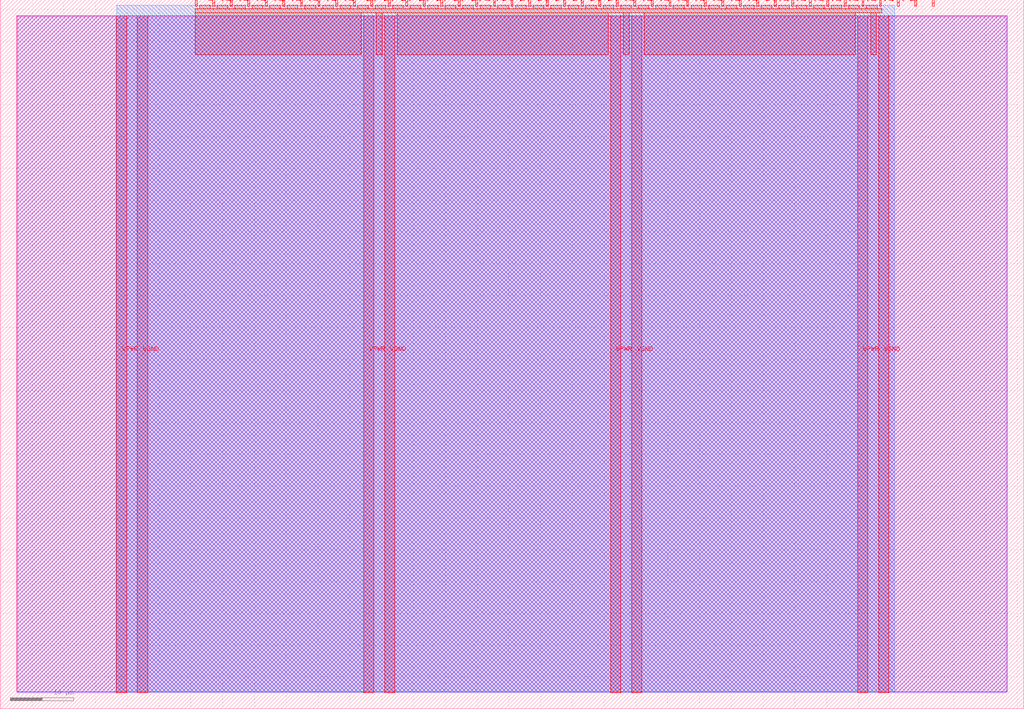
<source format=lef>
VERSION 5.7 ;
  NOWIREEXTENSIONATPIN ON ;
  DIVIDERCHAR "/" ;
  BUSBITCHARS "[]" ;
MACRO tt_um_wokwi_422960174616660993
  CLASS BLOCK ;
  FOREIGN tt_um_wokwi_422960174616660993 ;
  ORIGIN 0.000 0.000 ;
  SIZE 161.000 BY 111.520 ;
  PIN VGND
    DIRECTION INOUT ;
    USE GROUND ;
    PORT
      LAYER met4 ;
        RECT 21.580 2.480 23.180 109.040 ;
    END
    PORT
      LAYER met4 ;
        RECT 60.450 2.480 62.050 109.040 ;
    END
    PORT
      LAYER met4 ;
        RECT 99.320 2.480 100.920 109.040 ;
    END
    PORT
      LAYER met4 ;
        RECT 138.190 2.480 139.790 109.040 ;
    END
  END VGND
  PIN VPWR
    DIRECTION INOUT ;
    USE POWER ;
    PORT
      LAYER met4 ;
        RECT 18.280 2.480 19.880 109.040 ;
    END
    PORT
      LAYER met4 ;
        RECT 57.150 2.480 58.750 109.040 ;
    END
    PORT
      LAYER met4 ;
        RECT 96.020 2.480 97.620 109.040 ;
    END
    PORT
      LAYER met4 ;
        RECT 134.890 2.480 136.490 109.040 ;
    END
  END VPWR
  PIN clk
    DIRECTION INPUT ;
    USE SIGNAL ;
    PORT
      LAYER met4 ;
        RECT 143.830 110.520 144.130 111.520 ;
    END
  END clk
  PIN ena
    DIRECTION INPUT ;
    USE SIGNAL ;
    PORT
      LAYER met4 ;
        RECT 146.590 110.520 146.890 111.520 ;
    END
  END ena
  PIN rst_n
    DIRECTION INPUT ;
    USE SIGNAL ;
    PORT
      LAYER met4 ;
        RECT 141.070 110.520 141.370 111.520 ;
    END
  END rst_n
  PIN ui_in[0]
    DIRECTION INPUT ;
    USE SIGNAL ;
    ANTENNAGATEAREA 0.196500 ;
    PORT
      LAYER met4 ;
        RECT 138.310 110.520 138.610 111.520 ;
    END
  END ui_in[0]
  PIN ui_in[1]
    DIRECTION INPUT ;
    USE SIGNAL ;
    ANTENNAGATEAREA 0.196500 ;
    PORT
      LAYER met4 ;
        RECT 135.550 110.520 135.850 111.520 ;
    END
  END ui_in[1]
  PIN ui_in[2]
    DIRECTION INPUT ;
    USE SIGNAL ;
    ANTENNAGATEAREA 0.196500 ;
    PORT
      LAYER met4 ;
        RECT 132.790 110.520 133.090 111.520 ;
    END
  END ui_in[2]
  PIN ui_in[3]
    DIRECTION INPUT ;
    USE SIGNAL ;
    ANTENNAGATEAREA 0.196500 ;
    PORT
      LAYER met4 ;
        RECT 130.030 110.520 130.330 111.520 ;
    END
  END ui_in[3]
  PIN ui_in[4]
    DIRECTION INPUT ;
    USE SIGNAL ;
    ANTENNAGATEAREA 0.196500 ;
    PORT
      LAYER met4 ;
        RECT 127.270 110.520 127.570 111.520 ;
    END
  END ui_in[4]
  PIN ui_in[5]
    DIRECTION INPUT ;
    USE SIGNAL ;
    ANTENNAGATEAREA 0.196500 ;
    PORT
      LAYER met4 ;
        RECT 124.510 110.520 124.810 111.520 ;
    END
  END ui_in[5]
  PIN ui_in[6]
    DIRECTION INPUT ;
    USE SIGNAL ;
    ANTENNAGATEAREA 0.196500 ;
    PORT
      LAYER met4 ;
        RECT 121.750 110.520 122.050 111.520 ;
    END
  END ui_in[6]
  PIN ui_in[7]
    DIRECTION INPUT ;
    USE SIGNAL ;
    ANTENNAGATEAREA 0.196500 ;
    PORT
      LAYER met4 ;
        RECT 118.990 110.520 119.290 111.520 ;
    END
  END ui_in[7]
  PIN uio_in[0]
    DIRECTION INPUT ;
    USE SIGNAL ;
    PORT
      LAYER met4 ;
        RECT 116.230 110.520 116.530 111.520 ;
    END
  END uio_in[0]
  PIN uio_in[1]
    DIRECTION INPUT ;
    USE SIGNAL ;
    PORT
      LAYER met4 ;
        RECT 113.470 110.520 113.770 111.520 ;
    END
  END uio_in[1]
  PIN uio_in[2]
    DIRECTION INPUT ;
    USE SIGNAL ;
    PORT
      LAYER met4 ;
        RECT 110.710 110.520 111.010 111.520 ;
    END
  END uio_in[2]
  PIN uio_in[3]
    DIRECTION INPUT ;
    USE SIGNAL ;
    PORT
      LAYER met4 ;
        RECT 107.950 110.520 108.250 111.520 ;
    END
  END uio_in[3]
  PIN uio_in[4]
    DIRECTION INPUT ;
    USE SIGNAL ;
    PORT
      LAYER met4 ;
        RECT 105.190 110.520 105.490 111.520 ;
    END
  END uio_in[4]
  PIN uio_in[5]
    DIRECTION INPUT ;
    USE SIGNAL ;
    PORT
      LAYER met4 ;
        RECT 102.430 110.520 102.730 111.520 ;
    END
  END uio_in[5]
  PIN uio_in[6]
    DIRECTION INPUT ;
    USE SIGNAL ;
    PORT
      LAYER met4 ;
        RECT 99.670 110.520 99.970 111.520 ;
    END
  END uio_in[6]
  PIN uio_in[7]
    DIRECTION INPUT ;
    USE SIGNAL ;
    PORT
      LAYER met4 ;
        RECT 96.910 110.520 97.210 111.520 ;
    END
  END uio_in[7]
  PIN uio_oe[0]
    DIRECTION OUTPUT ;
    USE SIGNAL ;
    PORT
      LAYER met4 ;
        RECT 49.990 110.520 50.290 111.520 ;
    END
  END uio_oe[0]
  PIN uio_oe[1]
    DIRECTION OUTPUT ;
    USE SIGNAL ;
    PORT
      LAYER met4 ;
        RECT 47.230 110.520 47.530 111.520 ;
    END
  END uio_oe[1]
  PIN uio_oe[2]
    DIRECTION OUTPUT ;
    USE SIGNAL ;
    PORT
      LAYER met4 ;
        RECT 44.470 110.520 44.770 111.520 ;
    END
  END uio_oe[2]
  PIN uio_oe[3]
    DIRECTION OUTPUT ;
    USE SIGNAL ;
    PORT
      LAYER met4 ;
        RECT 41.710 110.520 42.010 111.520 ;
    END
  END uio_oe[3]
  PIN uio_oe[4]
    DIRECTION OUTPUT ;
    USE SIGNAL ;
    PORT
      LAYER met4 ;
        RECT 38.950 110.520 39.250 111.520 ;
    END
  END uio_oe[4]
  PIN uio_oe[5]
    DIRECTION OUTPUT ;
    USE SIGNAL ;
    PORT
      LAYER met4 ;
        RECT 36.190 110.520 36.490 111.520 ;
    END
  END uio_oe[5]
  PIN uio_oe[6]
    DIRECTION OUTPUT ;
    USE SIGNAL ;
    PORT
      LAYER met4 ;
        RECT 33.430 110.520 33.730 111.520 ;
    END
  END uio_oe[6]
  PIN uio_oe[7]
    DIRECTION OUTPUT ;
    USE SIGNAL ;
    PORT
      LAYER met4 ;
        RECT 30.670 110.520 30.970 111.520 ;
    END
  END uio_oe[7]
  PIN uio_out[0]
    DIRECTION OUTPUT ;
    USE SIGNAL ;
    PORT
      LAYER met4 ;
        RECT 72.070 110.520 72.370 111.520 ;
    END
  END uio_out[0]
  PIN uio_out[1]
    DIRECTION OUTPUT ;
    USE SIGNAL ;
    PORT
      LAYER met4 ;
        RECT 69.310 110.520 69.610 111.520 ;
    END
  END uio_out[1]
  PIN uio_out[2]
    DIRECTION OUTPUT ;
    USE SIGNAL ;
    PORT
      LAYER met4 ;
        RECT 66.550 110.520 66.850 111.520 ;
    END
  END uio_out[2]
  PIN uio_out[3]
    DIRECTION OUTPUT ;
    USE SIGNAL ;
    PORT
      LAYER met4 ;
        RECT 63.790 110.520 64.090 111.520 ;
    END
  END uio_out[3]
  PIN uio_out[4]
    DIRECTION OUTPUT ;
    USE SIGNAL ;
    PORT
      LAYER met4 ;
        RECT 61.030 110.520 61.330 111.520 ;
    END
  END uio_out[4]
  PIN uio_out[5]
    DIRECTION OUTPUT ;
    USE SIGNAL ;
    PORT
      LAYER met4 ;
        RECT 58.270 110.520 58.570 111.520 ;
    END
  END uio_out[5]
  PIN uio_out[6]
    DIRECTION OUTPUT ;
    USE SIGNAL ;
    PORT
      LAYER met4 ;
        RECT 55.510 110.520 55.810 111.520 ;
    END
  END uio_out[6]
  PIN uio_out[7]
    DIRECTION OUTPUT ;
    USE SIGNAL ;
    PORT
      LAYER met4 ;
        RECT 52.750 110.520 53.050 111.520 ;
    END
  END uio_out[7]
  PIN uo_out[0]
    DIRECTION OUTPUT ;
    USE SIGNAL ;
    ANTENNADIFFAREA 0.445500 ;
    PORT
      LAYER met4 ;
        RECT 94.150 110.520 94.450 111.520 ;
    END
  END uo_out[0]
  PIN uo_out[1]
    DIRECTION OUTPUT ;
    USE SIGNAL ;
    PORT
      LAYER met4 ;
        RECT 91.390 110.520 91.690 111.520 ;
    END
  END uo_out[1]
  PIN uo_out[2]
    DIRECTION OUTPUT ;
    USE SIGNAL ;
    PORT
      LAYER met4 ;
        RECT 88.630 110.520 88.930 111.520 ;
    END
  END uo_out[2]
  PIN uo_out[3]
    DIRECTION OUTPUT ;
    USE SIGNAL ;
    ANTENNADIFFAREA 0.445500 ;
    PORT
      LAYER met4 ;
        RECT 85.870 110.520 86.170 111.520 ;
    END
  END uo_out[3]
  PIN uo_out[4]
    DIRECTION OUTPUT ;
    USE SIGNAL ;
    ANTENNADIFFAREA 0.445500 ;
    PORT
      LAYER met4 ;
        RECT 83.110 110.520 83.410 111.520 ;
    END
  END uo_out[4]
  PIN uo_out[5]
    DIRECTION OUTPUT ;
    USE SIGNAL ;
    ANTENNADIFFAREA 0.445500 ;
    PORT
      LAYER met4 ;
        RECT 80.350 110.520 80.650 111.520 ;
    END
  END uo_out[5]
  PIN uo_out[6]
    DIRECTION OUTPUT ;
    USE SIGNAL ;
    ANTENNADIFFAREA 0.445500 ;
    PORT
      LAYER met4 ;
        RECT 77.590 110.520 77.890 111.520 ;
    END
  END uo_out[6]
  PIN uo_out[7]
    DIRECTION OUTPUT ;
    USE SIGNAL ;
    PORT
      LAYER met4 ;
        RECT 74.830 110.520 75.130 111.520 ;
    END
  END uo_out[7]
  OBS
      LAYER nwell ;
        RECT 2.570 2.635 158.430 108.990 ;
      LAYER li1 ;
        RECT 2.760 2.635 158.240 108.885 ;
      LAYER met1 ;
        RECT 2.760 2.480 158.240 109.040 ;
      LAYER met2 ;
        RECT 18.310 2.535 140.670 110.685 ;
      LAYER met3 ;
        RECT 18.290 2.555 140.695 110.665 ;
      LAYER met4 ;
        RECT 31.370 110.120 33.030 110.665 ;
        RECT 34.130 110.120 35.790 110.665 ;
        RECT 36.890 110.120 38.550 110.665 ;
        RECT 39.650 110.120 41.310 110.665 ;
        RECT 42.410 110.120 44.070 110.665 ;
        RECT 45.170 110.120 46.830 110.665 ;
        RECT 47.930 110.120 49.590 110.665 ;
        RECT 50.690 110.120 52.350 110.665 ;
        RECT 53.450 110.120 55.110 110.665 ;
        RECT 56.210 110.120 57.870 110.665 ;
        RECT 58.970 110.120 60.630 110.665 ;
        RECT 61.730 110.120 63.390 110.665 ;
        RECT 64.490 110.120 66.150 110.665 ;
        RECT 67.250 110.120 68.910 110.665 ;
        RECT 70.010 110.120 71.670 110.665 ;
        RECT 72.770 110.120 74.430 110.665 ;
        RECT 75.530 110.120 77.190 110.665 ;
        RECT 78.290 110.120 79.950 110.665 ;
        RECT 81.050 110.120 82.710 110.665 ;
        RECT 83.810 110.120 85.470 110.665 ;
        RECT 86.570 110.120 88.230 110.665 ;
        RECT 89.330 110.120 90.990 110.665 ;
        RECT 92.090 110.120 93.750 110.665 ;
        RECT 94.850 110.120 96.510 110.665 ;
        RECT 97.610 110.120 99.270 110.665 ;
        RECT 100.370 110.120 102.030 110.665 ;
        RECT 103.130 110.120 104.790 110.665 ;
        RECT 105.890 110.120 107.550 110.665 ;
        RECT 108.650 110.120 110.310 110.665 ;
        RECT 111.410 110.120 113.070 110.665 ;
        RECT 114.170 110.120 115.830 110.665 ;
        RECT 116.930 110.120 118.590 110.665 ;
        RECT 119.690 110.120 121.350 110.665 ;
        RECT 122.450 110.120 124.110 110.665 ;
        RECT 125.210 110.120 126.870 110.665 ;
        RECT 127.970 110.120 129.630 110.665 ;
        RECT 130.730 110.120 132.390 110.665 ;
        RECT 133.490 110.120 135.150 110.665 ;
        RECT 136.250 110.120 137.910 110.665 ;
        RECT 30.655 109.440 138.625 110.120 ;
        RECT 30.655 102.855 56.750 109.440 ;
        RECT 59.150 102.855 60.050 109.440 ;
        RECT 62.450 102.855 95.620 109.440 ;
        RECT 98.020 102.855 98.920 109.440 ;
        RECT 101.320 102.855 134.490 109.440 ;
        RECT 136.890 102.855 137.790 109.440 ;
  END
END tt_um_wokwi_422960174616660993
END LIBRARY


</source>
